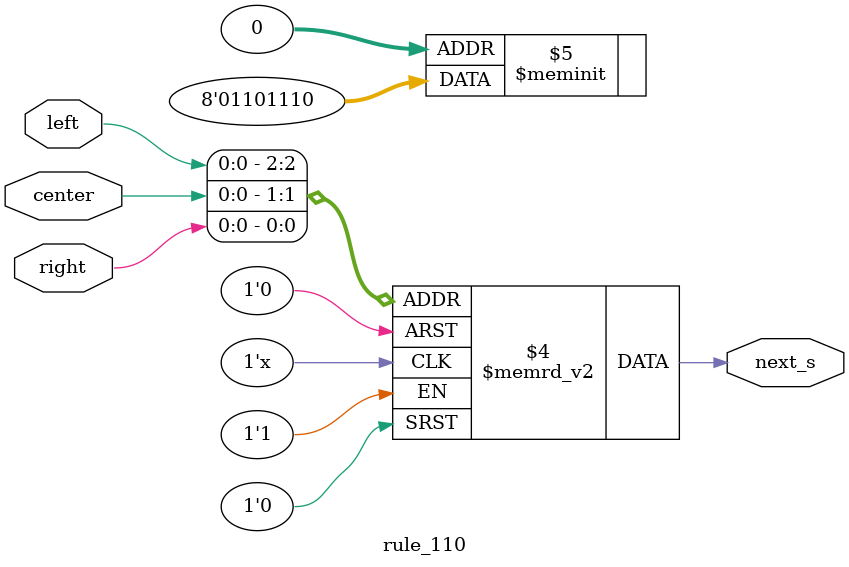
<source format=v>
module top_module(
    input clk,
    input load,
    input [511:0] data,
    output [511:0] q
); 

    wire [511:0] next_s;

    rule_110 rule_110_u0[511:0] (
        .left({1'b0, q[511:1]}), 
        .center(q), 
        .right({q[510:0], 1'b0}), 
        .next_s(next_s)
    );

    always @(posedge clk) begin
        if(load) q <= data;
        else q <= next_s;
    end

endmodule


module rule_110 (
    input left, center, right,
    output next_s
);

    always @(*) begin
        case ({left, center, right})
            3'd0: next_s = 0;
            3'd1: next_s = 1;
            3'd2: next_s = 1;
            3'd3: next_s = 1;
            3'd4: next_s = 0;
            3'd5: next_s = 1;
            3'd6: next_s = 1;
            3'd7: next_s = 0;
        endcase
    end
    
endmodule

</source>
